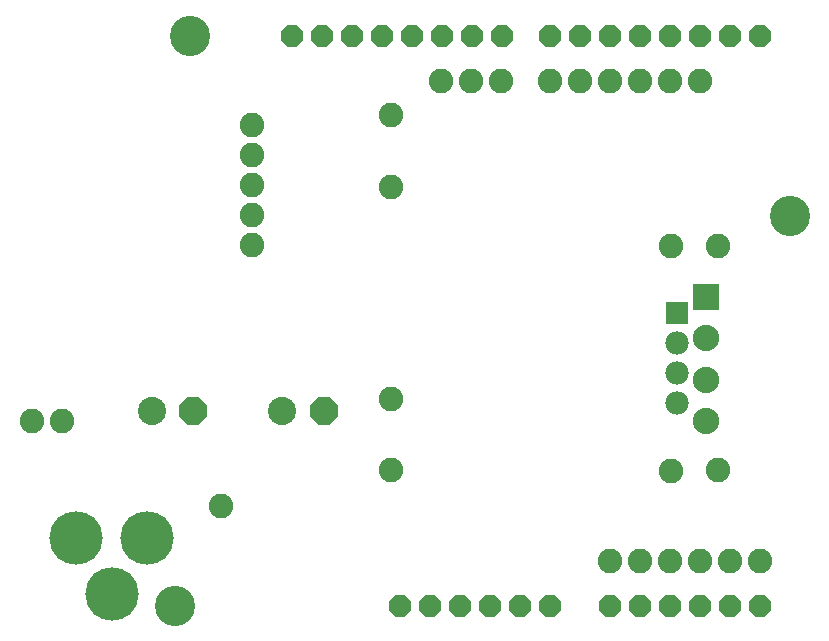
<source format=gbs>
G75*
G70*
%OFA0B0*%
%FSLAX24Y24*%
%IPPOS*%
%LPD*%
%AMOC8*
5,1,8,0,0,1.08239X$1,22.5*
%
%ADD10C,0.1340*%
%ADD11OC8,0.0740*%
%ADD12C,0.1780*%
%ADD13R,0.0880X0.0880*%
%ADD14C,0.0880*%
%ADD15C,0.0820*%
%ADD16C,0.0780*%
%ADD17R,0.0780X0.0780*%
%ADD18C,0.0940*%
%ADD19OC8,0.0940*%
D10*
X008302Y002280D03*
X028802Y015280D03*
X008802Y021280D03*
D11*
X012202Y021280D03*
X013202Y021280D03*
X014202Y021280D03*
X015202Y021280D03*
X016202Y021280D03*
X017202Y021280D03*
X018202Y021280D03*
X019202Y021280D03*
X020802Y021280D03*
X021802Y021280D03*
X022802Y021280D03*
X023802Y021280D03*
X024802Y021280D03*
X025802Y021280D03*
X026802Y021280D03*
X027802Y021280D03*
X027802Y002280D03*
X026802Y002280D03*
X025802Y002280D03*
X024802Y002280D03*
X023802Y002280D03*
X022802Y002280D03*
X020802Y002280D03*
X019802Y002280D03*
X018802Y002280D03*
X017802Y002280D03*
X016802Y002280D03*
X015802Y002280D03*
D12*
X005024Y004530D03*
X006205Y002680D03*
X007387Y004530D03*
D13*
X026005Y012569D03*
D14*
X026005Y011191D03*
X026005Y009813D03*
X026005Y008436D03*
D15*
X026424Y006792D03*
X024849Y006772D03*
X024802Y003780D03*
X023802Y003780D03*
X022802Y003780D03*
X025802Y003780D03*
X026802Y003780D03*
X027802Y003780D03*
X015499Y006792D03*
X015499Y009154D03*
X009849Y005591D03*
X004546Y008422D03*
X003546Y008422D03*
X010883Y014300D03*
X010883Y015300D03*
X010883Y016300D03*
X010883Y017300D03*
X010883Y018300D03*
X015499Y018642D03*
X017174Y019780D03*
X018174Y019780D03*
X019174Y019780D03*
X020802Y019780D03*
X021802Y019780D03*
X022802Y019780D03*
X023802Y019780D03*
X024802Y019780D03*
X025802Y019780D03*
X026424Y014272D03*
X024849Y014272D03*
X015499Y016241D03*
D16*
X025046Y011032D03*
X025046Y010032D03*
X025046Y009032D03*
D17*
X025046Y012032D03*
D18*
X011894Y008760D03*
X007544Y008760D03*
D19*
X008919Y008760D03*
X013269Y008760D03*
M02*

</source>
